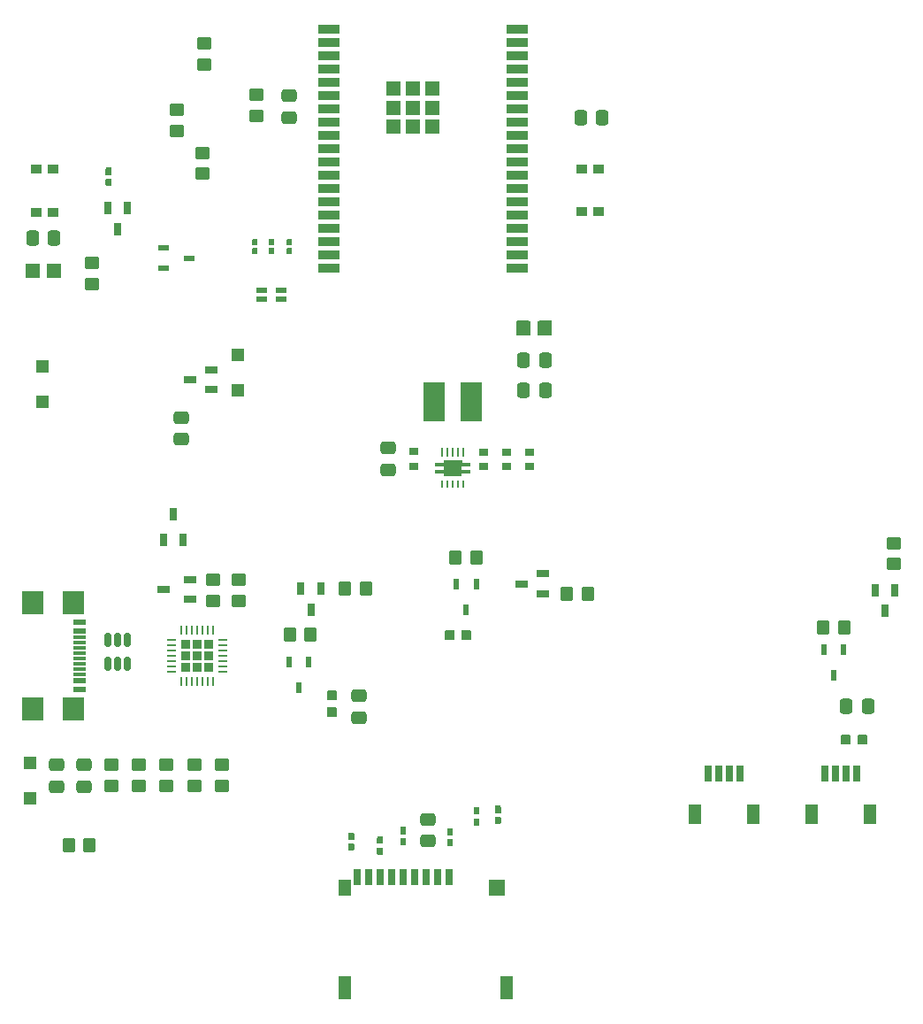
<source format=gbr>
%TF.GenerationSoftware,KiCad,Pcbnew,9.0.1*%
%TF.CreationDate,2025-06-18T22:03:58+02:00*%
%TF.ProjectId,MY-ESP32,4d592d45-5350-4333-922e-6b696361645f,1*%
%TF.SameCoordinates,Original*%
%TF.FileFunction,Paste,Top*%
%TF.FilePolarity,Positive*%
%FSLAX46Y46*%
G04 Gerber Fmt 4.6, Leading zero omitted, Abs format (unit mm)*
G04 Created by KiCad (PCBNEW 9.0.1) date 2025-06-18 22:03:58*
%MOMM*%
%LPD*%
G01*
G04 APERTURE LIST*
G04 Aperture macros list*
%AMRoundRect*
0 Rectangle with rounded corners*
0 $1 Rounding radius*
0 $2 $3 $4 $5 $6 $7 $8 $9 X,Y pos of 4 corners*
0 Add a 4 corners polygon primitive as box body*
4,1,4,$2,$3,$4,$5,$6,$7,$8,$9,$2,$3,0*
0 Add four circle primitives for the rounded corners*
1,1,$1+$1,$2,$3*
1,1,$1+$1,$4,$5*
1,1,$1+$1,$6,$7*
1,1,$1+$1,$8,$9*
0 Add four rect primitives between the rounded corners*
20,1,$1+$1,$2,$3,$4,$5,0*
20,1,$1+$1,$4,$5,$6,$7,0*
20,1,$1+$1,$6,$7,$8,$9,0*
20,1,$1+$1,$8,$9,$2,$3,0*%
%AMFreePoly0*
4,1,21,-0.180000,0.885000,0.180000,0.885000,0.180000,1.715000,0.470000,1.715000,0.470000,0.885000,0.760000,0.885000,0.760000,-0.885000,0.470000,-0.885000,0.470000,-1.705000,0.180000,-1.705000,0.180000,-0.885000,-0.180000,-0.885000,-0.180000,-1.705000,-0.470000,-1.705000,-0.470000,-0.885000,-0.760000,-0.885000,-0.760000,0.895000,-0.470000,0.895000,-0.470000,1.715000,-0.180000,1.715000,
-0.180000,0.885000,-0.180000,0.885000,$1*%
G04 Aperture macros list end*
%ADD10C,0.000000*%
%ADD11R,0.540000X0.565500*%
%ADD12RoundRect,0.250000X0.350000X0.450000X-0.350000X0.450000X-0.350000X-0.450000X0.350000X-0.450000X0*%
%ADD13R,0.700000X1.250000*%
%ADD14RoundRect,0.250000X-0.475000X0.337500X-0.475000X-0.337500X0.475000X-0.337500X0.475000X0.337500X0*%
%ADD15R,0.540000X0.790000*%
%ADD16R,0.240000X0.850000*%
%ADD17R,0.230000X0.800000*%
%ADD18FreePoly0,270.000000*%
%ADD19RoundRect,0.250000X-0.450000X0.350000X-0.450000X-0.350000X0.450000X-0.350000X0.450000X0.350000X0*%
%ADD20R,0.900000X0.800000*%
%ADD21R,1.150000X0.600000*%
%ADD22R,1.150000X0.300000*%
%ADD23R,2.000000X2.180000*%
%ADD24R,0.700000X1.600000*%
%ADD25R,1.200000X1.500000*%
%ADD26R,1.200000X2.200000*%
%ADD27R,1.600000X1.500000*%
%ADD28R,0.600000X1.070000*%
%ADD29R,1.300000X1.300000*%
%ADD30RoundRect,0.250000X0.450000X-0.350000X0.450000X0.350000X-0.450000X0.350000X-0.450000X-0.350000X0*%
%ADD31RoundRect,0.250000X-0.337500X-0.475000X0.337500X-0.475000X0.337500X0.475000X-0.337500X0.475000X0*%
%ADD32RoundRect,0.250000X0.475000X-0.337500X0.475000X0.337500X-0.475000X0.337500X-0.475000X-0.337500X0*%
%ADD33RoundRect,0.225000X-0.225000X-0.225000X0.225000X-0.225000X0.225000X0.225000X-0.225000X0.225000X0*%
%ADD34RoundRect,0.062500X-0.337500X-0.062500X0.337500X-0.062500X0.337500X0.062500X-0.337500X0.062500X0*%
%ADD35RoundRect,0.062500X-0.062500X-0.337500X0.062500X-0.337500X0.062500X0.337500X-0.062500X0.337500X0*%
%ADD36R,1.410000X1.350000*%
%ADD37R,1.070000X0.600000*%
%ADD38R,1.250000X0.700000*%
%ADD39RoundRect,0.250000X-0.350000X-0.450000X0.350000X-0.450000X0.350000X0.450000X-0.350000X0.450000X0*%
%ADD40RoundRect,0.150000X0.150000X-0.512500X0.150000X0.512500X-0.150000X0.512500X-0.150000X-0.512500X0*%
%ADD41R,0.864000X0.806500*%
%ADD42R,2.000000X0.900000*%
%ADD43R,1.330000X1.330000*%
%ADD44R,2.124000X3.820000*%
%ADD45R,0.806500X0.864000*%
%ADD46R,0.660400X1.549400*%
%ADD47R,1.295400X1.905000*%
%ADD48R,1.100000X0.600000*%
%ADD49R,1.000000X0.900000*%
%ADD50RoundRect,0.250000X0.337500X0.475000X-0.337500X0.475000X-0.337500X-0.475000X0.337500X-0.475000X0*%
G04 APERTURE END LIST*
D10*
%TO.C,R34*%
G36*
X123129800Y-63014600D02*
G01*
X123129800Y-63515100D01*
X123089800Y-63555100D01*
X122629800Y-63555100D01*
X122589800Y-63515100D01*
X122589800Y-63014600D01*
X122629800Y-62974600D01*
X123089800Y-62974600D01*
X123129800Y-63014600D01*
G37*
G36*
X123129800Y-62164100D02*
G01*
X123129800Y-62664600D01*
X123089800Y-62704600D01*
X122629800Y-62704600D01*
X122589800Y-62664600D01*
X122589800Y-62164100D01*
X122629800Y-62124100D01*
X123089800Y-62124100D01*
X123129800Y-62164100D01*
G37*
%TO.C,R20*%
G36*
X131799800Y-119415200D02*
G01*
X131799800Y-119895200D01*
X131749800Y-119965200D01*
X131299800Y-119965200D01*
X131249800Y-119895200D01*
X131249800Y-119415200D01*
X131299800Y-119365200D01*
X131749800Y-119365200D01*
X131799800Y-119415200D01*
G37*
G36*
X131799800Y-120395200D02*
G01*
X131799800Y-120875200D01*
X131749800Y-120925200D01*
X131299800Y-120925200D01*
X131249800Y-120875200D01*
X131249800Y-120395200D01*
X131299800Y-120325200D01*
X131749800Y-120325200D01*
X131799800Y-120395200D01*
G37*
%TO.C,R19*%
G36*
X134035000Y-118512400D02*
G01*
X134035000Y-118992400D01*
X133985000Y-119062400D01*
X133535000Y-119062400D01*
X133485000Y-118992400D01*
X133485000Y-118512400D01*
X133535000Y-118462400D01*
X133985000Y-118462400D01*
X134035000Y-118512400D01*
G37*
G36*
X134035000Y-119492400D02*
G01*
X134035000Y-119972400D01*
X133985000Y-120022400D01*
X133535000Y-120022400D01*
X133485000Y-119972400D01*
X133485000Y-119492400D01*
X133535000Y-119422400D01*
X133985000Y-119422400D01*
X134035000Y-119492400D01*
G37*
%TO.C,R22*%
G36*
X141045400Y-116632800D02*
G01*
X141045400Y-117112800D01*
X140995400Y-117182800D01*
X140545400Y-117182800D01*
X140495400Y-117112800D01*
X140495400Y-116632800D01*
X140545400Y-116582800D01*
X140995400Y-116582800D01*
X141045400Y-116632800D01*
G37*
G36*
X141045400Y-117612800D02*
G01*
X141045400Y-118092800D01*
X140995400Y-118142800D01*
X140545400Y-118142800D01*
X140495400Y-118092800D01*
X140495400Y-117612800D01*
X140545400Y-117542800D01*
X140995400Y-117542800D01*
X141045400Y-117612800D01*
G37*
%TO.C,R23*%
G36*
X129082000Y-119034200D02*
G01*
X129082000Y-119514200D01*
X129032000Y-119584200D01*
X128582000Y-119584200D01*
X128532000Y-119514200D01*
X128532000Y-119034200D01*
X128582000Y-118984200D01*
X129032000Y-118984200D01*
X129082000Y-119034200D01*
G37*
G36*
X129082000Y-120014200D02*
G01*
X129082000Y-120494200D01*
X129032000Y-120544200D01*
X128582000Y-120544200D01*
X128532000Y-120494200D01*
X128532000Y-120014200D01*
X128582000Y-119944200D01*
X129032000Y-119944200D01*
X129082000Y-120014200D01*
G37*
%TO.C,C3*%
G36*
X98856200Y-64544600D02*
G01*
X98861200Y-64954600D01*
X98411200Y-64954600D01*
X98411200Y-65404600D01*
X98851200Y-65404600D01*
X98856200Y-65824600D01*
X98806200Y-65874600D01*
X97656200Y-65874600D01*
X97606200Y-65824600D01*
X97606200Y-64544600D01*
X97656200Y-64494600D01*
X98806200Y-64494600D01*
X98856200Y-64544600D01*
G37*
G36*
X101016200Y-64544600D02*
G01*
X101016200Y-65824600D01*
X100966200Y-65874600D01*
X99816200Y-65874600D01*
X99766200Y-65824600D01*
X99761200Y-65414600D01*
X100211200Y-65414600D01*
X100211200Y-64964600D01*
X99771200Y-64964600D01*
X99766200Y-64544600D01*
X99816200Y-64494600D01*
X100966200Y-64494600D01*
X101016200Y-64544600D01*
G37*
%TO.C,R30*%
G36*
X127380400Y-105378100D02*
G01*
X127380400Y-106178100D01*
X127330400Y-106228100D01*
X127088400Y-106228100D01*
X127088400Y-105858100D01*
X126758400Y-105858100D01*
X126758400Y-106228100D01*
X126530400Y-106228100D01*
X126480400Y-106178100D01*
X126480400Y-105378100D01*
X126530400Y-105328100D01*
X127330400Y-105328100D01*
X127380400Y-105378100D01*
G37*
G36*
X126772400Y-107288100D02*
G01*
X127102400Y-107288100D01*
X127102400Y-106918100D01*
X127330400Y-106918100D01*
X127380400Y-106968100D01*
X127380400Y-107768100D01*
X127330400Y-107818100D01*
X126530400Y-107818100D01*
X126480400Y-107768100D01*
X126480400Y-106968100D01*
X126530400Y-106918100D01*
X126772400Y-106918100D01*
X126772400Y-107288100D01*
G37*
%TO.C,R35*%
G36*
X119827800Y-62162900D02*
G01*
X119827800Y-62663400D01*
X119787800Y-62703400D01*
X119327800Y-62703400D01*
X119287800Y-62663400D01*
X119287800Y-62162900D01*
X119327800Y-62122900D01*
X119787800Y-62122900D01*
X119827800Y-62162900D01*
G37*
G36*
X119827800Y-63013400D02*
G01*
X119827800Y-63513900D01*
X119787800Y-63553900D01*
X119327800Y-63553900D01*
X119287800Y-63513900D01*
X119287800Y-63013400D01*
X119327800Y-62973400D01*
X119787800Y-62973400D01*
X119827800Y-63013400D01*
G37*
%TO.C,R28*%
G36*
X176606500Y-109610600D02*
G01*
X176606500Y-109852600D01*
X176236500Y-109852600D01*
X176236500Y-110182600D01*
X176606500Y-110182600D01*
X176606500Y-110410600D01*
X176556500Y-110460600D01*
X175756500Y-110460600D01*
X175706500Y-110410600D01*
X175706500Y-109610600D01*
X175756500Y-109560600D01*
X176556500Y-109560600D01*
X176606500Y-109610600D01*
G37*
G36*
X178196500Y-109610600D02*
G01*
X178196500Y-110410600D01*
X178146500Y-110460600D01*
X177346500Y-110460600D01*
X177296500Y-110410600D01*
X177296500Y-110168600D01*
X177666500Y-110168600D01*
X177666500Y-109838600D01*
X177296500Y-109838600D01*
X177296500Y-109610600D01*
X177346500Y-109560600D01*
X178146500Y-109560600D01*
X178196500Y-109610600D01*
G37*
%TO.C,C6*%
G36*
X105810200Y-55425600D02*
G01*
X105810200Y-55905600D01*
X105760200Y-55975600D01*
X105310200Y-55975600D01*
X105260200Y-55905600D01*
X105260200Y-55425600D01*
X105310200Y-55375600D01*
X105760200Y-55375600D01*
X105810200Y-55425600D01*
G37*
G36*
X105810200Y-56405600D02*
G01*
X105810200Y-56885600D01*
X105760200Y-56935600D01*
X105310200Y-56935600D01*
X105260200Y-56885600D01*
X105260200Y-56405600D01*
X105310200Y-56335600D01*
X105760200Y-56335600D01*
X105810200Y-56405600D01*
G37*
%TO.C,R27*%
G36*
X138658900Y-99577600D02*
G01*
X138658900Y-99819600D01*
X138288900Y-99819600D01*
X138288900Y-100149600D01*
X138658900Y-100149600D01*
X138658900Y-100377600D01*
X138608900Y-100427600D01*
X137808900Y-100427600D01*
X137758900Y-100377600D01*
X137758900Y-99577600D01*
X137808900Y-99527600D01*
X138608900Y-99527600D01*
X138658900Y-99577600D01*
G37*
G36*
X140248900Y-99577600D02*
G01*
X140248900Y-100377600D01*
X140198900Y-100427600D01*
X139398900Y-100427600D01*
X139348900Y-100377600D01*
X139348900Y-100135600D01*
X139718900Y-100135600D01*
X139718900Y-99805600D01*
X139348900Y-99805600D01*
X139348900Y-99577600D01*
X139398900Y-99527600D01*
X140198900Y-99527600D01*
X140248900Y-99577600D01*
G37*
%TO.C,C4*%
G36*
X145847600Y-69979200D02*
G01*
X145852600Y-70389200D01*
X145402600Y-70389200D01*
X145402600Y-70839200D01*
X145842600Y-70839200D01*
X145847600Y-71259200D01*
X145797600Y-71309200D01*
X144647600Y-71309200D01*
X144597600Y-71259200D01*
X144597600Y-69979200D01*
X144647600Y-69929200D01*
X145797600Y-69929200D01*
X145847600Y-69979200D01*
G37*
G36*
X148007600Y-69979200D02*
G01*
X148007600Y-71259200D01*
X147957600Y-71309200D01*
X146807600Y-71309200D01*
X146757600Y-71259200D01*
X146752600Y-70849200D01*
X147202600Y-70849200D01*
X147202600Y-70399200D01*
X146762600Y-70399200D01*
X146757600Y-69979200D01*
X146807600Y-69929200D01*
X147957600Y-69929200D01*
X148007600Y-69979200D01*
G37*
%TO.C,R33*%
G36*
X121428000Y-62165300D02*
G01*
X121428000Y-62665800D01*
X121388000Y-62705800D01*
X120928000Y-62705800D01*
X120888000Y-62665800D01*
X120888000Y-62165300D01*
X120928000Y-62125300D01*
X121388000Y-62125300D01*
X121428000Y-62165300D01*
G37*
G36*
X121428000Y-63015800D02*
G01*
X121428000Y-63516300D01*
X121388000Y-63556300D01*
X120928000Y-63556300D01*
X120888000Y-63516300D01*
X120888000Y-63015800D01*
X120928000Y-62975800D01*
X121388000Y-62975800D01*
X121428000Y-63015800D01*
G37*
%TO.C,R21*%
G36*
X143128200Y-116480400D02*
G01*
X143128200Y-116960400D01*
X143078200Y-117030400D01*
X142628200Y-117030400D01*
X142578200Y-116960400D01*
X142578200Y-116480400D01*
X142628200Y-116430400D01*
X143078200Y-116430400D01*
X143128200Y-116480400D01*
G37*
G36*
X143128200Y-117460400D02*
G01*
X143128200Y-117940400D01*
X143078200Y-117990400D01*
X142628200Y-117990400D01*
X142578200Y-117940400D01*
X142578200Y-117460400D01*
X142628200Y-117390400D01*
X143078200Y-117390400D01*
X143128200Y-117460400D01*
G37*
%TO.C,R18*%
G36*
X138505400Y-118614000D02*
G01*
X138505400Y-119094000D01*
X138455400Y-119164000D01*
X138005400Y-119164000D01*
X137955400Y-119094000D01*
X137955400Y-118614000D01*
X138005400Y-118564000D01*
X138455400Y-118564000D01*
X138505400Y-118614000D01*
G37*
G36*
X138505400Y-119594000D02*
G01*
X138505400Y-120074000D01*
X138455400Y-120124000D01*
X138005400Y-120124000D01*
X137955400Y-120074000D01*
X137955400Y-119594000D01*
X138005400Y-119524000D01*
X138455400Y-119524000D01*
X138505400Y-119594000D01*
G37*
%TD*%
D11*
%TO.C,R34*%
X122859800Y-62406600D03*
X122859800Y-63272600D03*
%TD*%
D12*
%TO.C,R25*%
X140761700Y-92560800D03*
X138761700Y-92560800D03*
%TD*%
D13*
%TO.C,Q1*%
X112685800Y-90932850D03*
X110785800Y-90932850D03*
X111735800Y-88433850D03*
%TD*%
D14*
%TO.C,C10*%
X136096800Y-117638400D03*
X136096800Y-119713400D03*
%TD*%
D15*
%TO.C,R20*%
X131524800Y-120690200D03*
X131524800Y-119600200D03*
%TD*%
D16*
%TO.C,U5*%
X139524600Y-82555800D03*
X139024600Y-82555800D03*
X138524600Y-82555800D03*
X138024600Y-82555800D03*
X137524600Y-82555800D03*
D17*
X137524600Y-85555800D03*
X138024600Y-85555800D03*
X138524600Y-85555800D03*
X139024600Y-85555800D03*
X139524600Y-85555800D03*
D18*
X138519600Y-84055800D03*
%TD*%
D15*
%TO.C,R19*%
X133760000Y-119787400D03*
X133760000Y-118697400D03*
%TD*%
D14*
%TO.C,C9*%
X103173000Y-112416400D03*
X103173000Y-114491400D03*
%TD*%
D12*
%TO.C,R32*%
X124882400Y-99926800D03*
X122882400Y-99926800D03*
%TD*%
D19*
%TO.C,R14*%
X114560600Y-53859800D03*
X114560600Y-55859800D03*
%TD*%
D13*
%TO.C,Q11*%
X125873800Y-95564600D03*
X123973800Y-95564600D03*
X124923800Y-97564600D03*
%TD*%
D15*
%TO.C,R22*%
X140770400Y-117907800D03*
X140770400Y-116817800D03*
%TD*%
D20*
%TO.C,C11*%
X134764600Y-83855800D03*
X134764600Y-82455800D03*
%TD*%
D13*
%TO.C,Q3*%
X107382600Y-59150400D03*
X105482600Y-59150400D03*
X106432600Y-61150400D03*
%TD*%
D20*
%TO.C,C13*%
X143694600Y-83885800D03*
X143694600Y-82485800D03*
%TD*%
D21*
%TO.C,U7*%
X102764600Y-98775800D03*
X102764600Y-99575800D03*
D22*
X102764600Y-100725800D03*
X102764600Y-101725800D03*
X102764600Y-102225800D03*
X102764600Y-103225800D03*
D21*
X102764600Y-105175800D03*
X102764600Y-104375800D03*
D22*
X102764600Y-103725800D03*
X102764600Y-102725800D03*
X102764600Y-101225800D03*
X102764600Y-100225800D03*
D23*
X102189600Y-96865800D03*
X102189600Y-107085800D03*
X98259600Y-96865800D03*
X98259600Y-107085800D03*
%TD*%
D24*
%TO.C,CARD1*%
X138140000Y-123175800D03*
X137040000Y-123175800D03*
X135940000Y-123175800D03*
X134840000Y-123175800D03*
X133740000Y-123175800D03*
X132640000Y-123175800D03*
X131540000Y-123175800D03*
X130440000Y-123175800D03*
D25*
X128140000Y-124175800D03*
D26*
X128140000Y-133775800D03*
X143640000Y-133775800D03*
D27*
X142740000Y-124175800D03*
D24*
X129340000Y-123175800D03*
%TD*%
D28*
%TO.C,Q7*%
X140752300Y-95126200D03*
X138852300Y-95126200D03*
X139802300Y-97596200D03*
%TD*%
D19*
%TO.C,R4*%
X108456200Y-112437900D03*
X108456200Y-114437900D03*
%TD*%
D29*
%TO.C,D1*%
X97999800Y-115620400D03*
X97999800Y-112220400D03*
%TD*%
D30*
%TO.C,R5*%
X113790200Y-114437900D03*
X113790200Y-112437900D03*
%TD*%
D15*
%TO.C,R23*%
X128807000Y-120309200D03*
X128807000Y-119219200D03*
%TD*%
D31*
%TO.C,C1*%
X150757100Y-50495600D03*
X152832100Y-50495600D03*
%TD*%
D20*
%TO.C,R17*%
X145894600Y-83875800D03*
X145894600Y-82475800D03*
%TD*%
D30*
%TO.C,R9*%
X118053100Y-96745150D03*
X118053100Y-94745150D03*
%TD*%
D32*
%TO.C,C18*%
X129546600Y-107902400D03*
X129546600Y-105827400D03*
%TD*%
D14*
%TO.C,C15*%
X122815800Y-48402000D03*
X122815800Y-50477000D03*
%TD*%
D33*
%TO.C,U3*%
X112907200Y-100883850D03*
X112907200Y-102003850D03*
X112907200Y-103123850D03*
X114027200Y-100883850D03*
X114027200Y-102003850D03*
X114027200Y-103123850D03*
X115147200Y-100883850D03*
X115147200Y-102003850D03*
X115147200Y-103123850D03*
D34*
X111577200Y-100503850D03*
X111577200Y-101003850D03*
X111577200Y-101503850D03*
X111577200Y-102003850D03*
X111577200Y-102503850D03*
X111577200Y-103003850D03*
X111577200Y-103503850D03*
D35*
X112527200Y-104453850D03*
X113027200Y-104453850D03*
X113527200Y-104453850D03*
X114027200Y-104453850D03*
X114527200Y-104453850D03*
X115027200Y-104453850D03*
X115527200Y-104453850D03*
D34*
X116477200Y-103503850D03*
X116477200Y-103003850D03*
X116477200Y-102503850D03*
X116477200Y-102003850D03*
X116477200Y-101503850D03*
X116477200Y-101003850D03*
X116477200Y-100503850D03*
D35*
X115527200Y-99553850D03*
X115027200Y-99553850D03*
X114527200Y-99553850D03*
X114027200Y-99553850D03*
X113527200Y-99553850D03*
X113027200Y-99553850D03*
X112527200Y-99553850D03*
%TD*%
D36*
%TO.C,C3*%
X100311200Y-65184600D03*
X98311200Y-65184600D03*
%TD*%
D37*
%TO.C,Q4*%
X110820600Y-62985000D03*
X110820600Y-64885000D03*
X113290600Y-63935000D03*
%TD*%
D38*
%TO.C,Q2*%
X113328700Y-94693550D03*
X113328700Y-96593550D03*
X110829700Y-95643550D03*
%TD*%
D39*
%TO.C,R24*%
X149429700Y-96066000D03*
X151429700Y-96066000D03*
%TD*%
D14*
%TO.C,C5*%
X100531400Y-112412500D03*
X100531400Y-114487500D03*
%TD*%
D40*
%TO.C,U1*%
X105457200Y-102731850D03*
X106407200Y-102731850D03*
X107357200Y-102731850D03*
X107357200Y-100456850D03*
X106407200Y-100456850D03*
X105457200Y-100456850D03*
%TD*%
D41*
%TO.C,R30*%
X126930400Y-107326600D03*
X126930400Y-105819600D03*
%TD*%
D29*
%TO.C,D3*%
X117888000Y-73184200D03*
X117888000Y-76584200D03*
%TD*%
D42*
%TO.C,U6*%
X126684600Y-42055800D03*
X126684600Y-43325800D03*
X126684600Y-44595800D03*
X126684600Y-45865800D03*
X126684600Y-47135800D03*
X126684600Y-48405800D03*
X126684600Y-49675800D03*
X126684600Y-50945800D03*
X126684600Y-52215800D03*
X126684600Y-53485800D03*
X126684600Y-54755800D03*
X126684600Y-56025800D03*
X126684600Y-57295800D03*
X126684600Y-58565800D03*
X126684600Y-59835800D03*
X126684600Y-61105800D03*
X126684600Y-62375800D03*
X126684600Y-63645800D03*
X126684600Y-64915800D03*
X144684600Y-64915800D03*
X144684600Y-63645800D03*
X144684600Y-62375800D03*
X144684600Y-61105800D03*
X144684600Y-59835800D03*
X144684600Y-58565800D03*
X144684600Y-57295800D03*
X144684600Y-56025800D03*
X144684600Y-54755800D03*
X144684600Y-53485800D03*
X144684600Y-52215800D03*
X144684600Y-50945800D03*
X144684600Y-49675800D03*
X144684600Y-48405800D03*
X144684600Y-47135800D03*
X144684600Y-45865800D03*
X144684600Y-44595800D03*
X144684600Y-43325800D03*
X144684600Y-42055800D03*
D43*
X132849600Y-47720800D03*
X132849600Y-49555800D03*
X132849600Y-51390800D03*
X134684600Y-47720800D03*
X134684600Y-49555800D03*
X134684600Y-51390800D03*
X136519600Y-47720800D03*
X136519600Y-49555800D03*
X136519600Y-51390800D03*
%TD*%
D38*
%TO.C,Q6*%
X147142200Y-96050800D03*
X147142200Y-94150800D03*
X145142200Y-95100800D03*
%TD*%
D11*
%TO.C,R35*%
X119557800Y-63271400D03*
X119557800Y-62405400D03*
%TD*%
D31*
%TO.C,C2*%
X98257700Y-62009600D03*
X100332700Y-62009600D03*
%TD*%
D32*
%TO.C,C17*%
X112528600Y-81279300D03*
X112528600Y-79204300D03*
%TD*%
D19*
%TO.C,R13*%
X103930200Y-64410600D03*
X103930200Y-66410600D03*
%TD*%
D20*
%TO.C,C14*%
X141474600Y-83875800D03*
X141474600Y-82475800D03*
%TD*%
D28*
%TO.C,Q8*%
X175962600Y-101358800D03*
X174062600Y-101358800D03*
X175012600Y-103828800D03*
%TD*%
D44*
%TO.C,L_B-B1*%
X136760200Y-77672285D03*
X140316200Y-77672285D03*
%TD*%
D45*
%TO.C,R28*%
X177705000Y-110010600D03*
X176198000Y-110010600D03*
%TD*%
D30*
%TO.C,R8*%
X115563900Y-96729150D03*
X115563900Y-94729150D03*
%TD*%
D31*
%TO.C,C7*%
X145302600Y-73667200D03*
X147377600Y-73667200D03*
%TD*%
%TO.C,C8*%
X145302600Y-76562800D03*
X147377600Y-76562800D03*
%TD*%
D30*
%TO.C,R26*%
X180788600Y-93195800D03*
X180788600Y-91195800D03*
%TD*%
%TO.C,R3*%
X105814600Y-114419100D03*
X105814600Y-112419100D03*
%TD*%
D46*
%TO.C,J2*%
X162979601Y-113261800D03*
X163979602Y-113261800D03*
X164979600Y-113261800D03*
X165979601Y-113261800D03*
D47*
X167279600Y-117136801D03*
X161679602Y-117136801D03*
%TD*%
D19*
%TO.C,R16*%
X112050600Y-49749800D03*
X112050600Y-51749800D03*
%TD*%
D13*
%TO.C,Q9*%
X180854600Y-95685000D03*
X178954600Y-95685000D03*
X179904600Y-97685000D03*
%TD*%
D30*
%TO.C,R2*%
X114713200Y-45431800D03*
X114713200Y-43431800D03*
%TD*%
D46*
%TO.C,J1*%
X174171600Y-113261800D03*
X175171601Y-113261800D03*
X176171599Y-113261800D03*
X177171600Y-113261800D03*
D47*
X178471599Y-117136801D03*
X172871601Y-117136801D03*
%TD*%
D28*
%TO.C,Q10*%
X124706200Y-102568400D03*
X122806200Y-102568400D03*
X123756200Y-105038400D03*
%TD*%
D48*
%TO.C,LED1*%
X120208000Y-67887000D03*
X122108000Y-67887000D03*
X122108000Y-66987000D03*
X120208000Y-66987000D03*
%TD*%
D15*
%TO.C,C6*%
X105535200Y-56700600D03*
X105535200Y-55610600D03*
%TD*%
D45*
%TO.C,R27*%
X138250400Y-99977600D03*
X139757400Y-99977600D03*
%TD*%
D19*
%TO.C,R6*%
X111097800Y-112437900D03*
X111097800Y-114437900D03*
%TD*%
D30*
%TO.C,R7*%
X116431800Y-114437900D03*
X116431800Y-112437900D03*
%TD*%
D49*
%TO.C,SW1*%
X150844600Y-55385800D03*
X152444600Y-55385800D03*
X150844600Y-59485800D03*
X152444600Y-59485800D03*
%TD*%
D36*
%TO.C,C4*%
X147302600Y-70619200D03*
X145302600Y-70619200D03*
%TD*%
D11*
%TO.C,R33*%
X121158000Y-63273800D03*
X121158000Y-62407800D03*
%TD*%
D30*
%TO.C,R15*%
X119690600Y-50339800D03*
X119690600Y-48339800D03*
%TD*%
D15*
%TO.C,R21*%
X142853200Y-117755400D03*
X142853200Y-116665400D03*
%TD*%
D39*
%TO.C,R31*%
X128165600Y-95583400D03*
X130165600Y-95583400D03*
%TD*%
D15*
%TO.C,R18*%
X138230400Y-119889000D03*
X138230400Y-118799000D03*
%TD*%
D38*
%TO.C,Q5*%
X115398800Y-76533400D03*
X115398800Y-74633400D03*
X113398800Y-75583400D03*
%TD*%
D50*
%TO.C,C16*%
X178289200Y-106835600D03*
X176214200Y-106835600D03*
%TD*%
D12*
%TO.C,R1*%
X103740400Y-120080500D03*
X101740400Y-120080500D03*
%TD*%
D29*
%TO.C,D2*%
X99219000Y-74274600D03*
X99219000Y-77674600D03*
%TD*%
D12*
%TO.C,R29*%
X176012600Y-99291800D03*
X174012600Y-99291800D03*
%TD*%
D14*
%TO.C,C12*%
X132350600Y-82122300D03*
X132350600Y-84197300D03*
%TD*%
D49*
%TO.C,SW2*%
X98604600Y-55445800D03*
X100204600Y-55445800D03*
X98604600Y-59545800D03*
X100204600Y-59545800D03*
%TD*%
M02*

</source>
